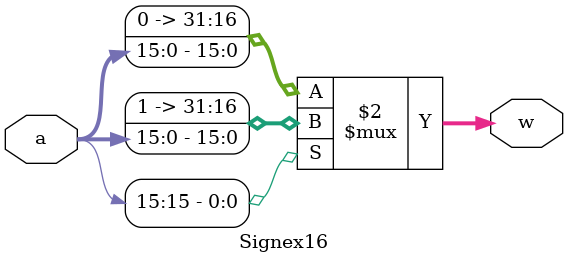
<source format=v>
`timescale 1ns/1ns
module Signex16(input [15:0] a, output [31:0] w);
	assign w = a[15] == 1'b0 ? {16'b0000000000000000, a} : {16'b1111111111111111, a};
endmodule

</source>
